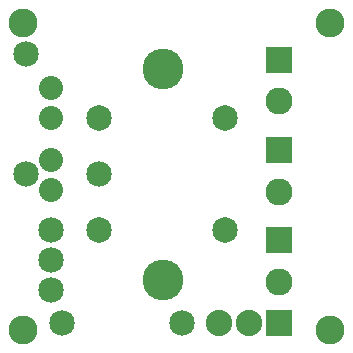
<source format=gts>
G04 MADE WITH FRITZING*
G04 WWW.FRITZING.ORG*
G04 DOUBLE SIDED*
G04 HOLES PLATED*
G04 CONTOUR ON CENTER OF CONTOUR VECTOR*
%ASAXBY*%
%FSLAX23Y23*%
%MOIN*%
%OFA0B0*%
%SFA1.0B1.0*%
%ADD10C,0.088000*%
%ADD11C,0.085000*%
%ADD12C,0.080000*%
%ADD13C,0.090000*%
%ADD14C,0.085118*%
%ADD15C,0.084803*%
%ADD16C,0.135984*%
%ADD17C,0.096614*%
%ADD18R,0.088000X0.088000*%
%ADD19R,0.090000X0.090000*%
%LNMASK1*%
G90*
G70*
G54D10*
X933Y102D03*
X833Y102D03*
X733Y102D03*
G54D11*
X208Y101D03*
X608Y101D03*
X87Y597D03*
X87Y997D03*
X171Y410D03*
X171Y310D03*
X171Y210D03*
G54D12*
X172Y884D03*
X172Y784D03*
X172Y546D03*
X172Y646D03*
G54D13*
X933Y677D03*
X933Y539D03*
X933Y977D03*
X933Y840D03*
X933Y377D03*
X933Y239D03*
G54D14*
X753Y784D03*
X332Y784D03*
X332Y410D03*
X753Y410D03*
X753Y784D03*
X332Y784D03*
X332Y410D03*
X753Y410D03*
G54D15*
X331Y597D03*
G54D16*
X544Y949D03*
X544Y244D03*
G54D17*
X78Y1103D03*
X1103Y1103D03*
X1103Y78D03*
X78Y78D03*
G54D18*
X933Y102D03*
G54D19*
X933Y677D03*
X933Y977D03*
X933Y377D03*
G04 End of Mask1*
M02*
</source>
